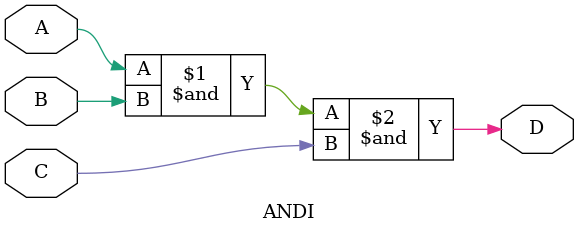
<source format=v>
`timescale 1ns / 1ps
module ANDI(
    input A,
    input B,
    input C,
    output D
    );
assign D = A&B&C;

endmodule

</source>
